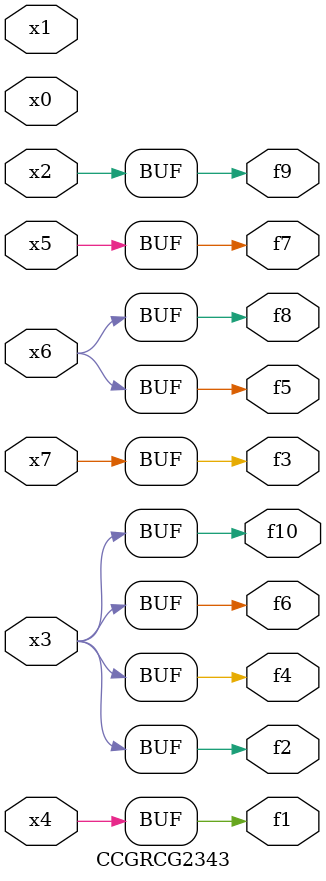
<source format=v>
module CCGRCG2343(
	input x0, x1, x2, x3, x4, x5, x6, x7,
	output f1, f2, f3, f4, f5, f6, f7, f8, f9, f10
);
	assign f1 = x4;
	assign f2 = x3;
	assign f3 = x7;
	assign f4 = x3;
	assign f5 = x6;
	assign f6 = x3;
	assign f7 = x5;
	assign f8 = x6;
	assign f9 = x2;
	assign f10 = x3;
endmodule

</source>
